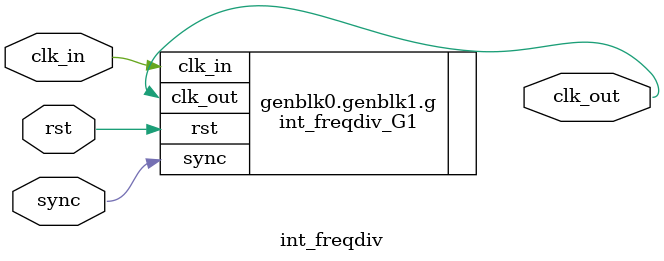
<source format=v>

module int_freqdiv
    #(parameter DIV = 2)
    (
        input clk_in, rst, sync,
        output clk_out
    );
    
    generate 
    begin
        if (DIV <= 1) begin
            assign clk_out = clk_in && rst;     //原始时钟直连 不需要同步sync信号参与
        end
        else begin
            int_freqdiv_G1 #(.DIV(DIV)) g(.clk_in(clk_in), .rst(rst), .sync(sync), .clk_out(clk_out));
        end
    end
    endgenerate
    
endmodule


</source>
